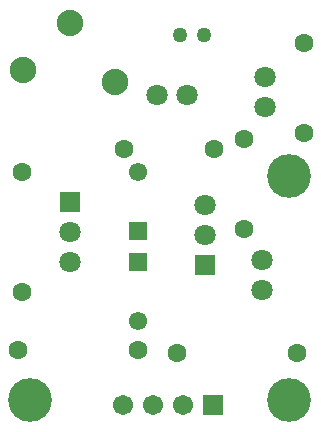
<source format=gbr>
%TF.GenerationSoftware,Altium Limited,Altium Designer,23.7.1 (13)*%
G04 Layer_Color=8388736*
%FSLAX45Y45*%
%MOMM*%
%TF.SameCoordinates,8B45DB0F-F0D4-485E-9900-1B50B3984352*%
%TF.FilePolarity,Negative*%
%TF.FileFunction,Soldermask,Top*%
%TF.Part,Single*%
G01*
G75*
%TA.AperFunction,ComponentPad*%
%ADD14C,1.27000*%
%ADD31C,2.23520*%
%ADD32R,1.55320X1.55320*%
%ADD33C,1.55320*%
%ADD34R,1.70320X1.70320*%
%ADD35C,1.70320*%
%ADD36C,1.60320*%
%ADD37C,1.80320*%
%TA.AperFunction,ViaPad*%
%ADD38C,3.70320*%
%TA.AperFunction,ComponentPad*%
%ADD39C,1.80320*%
%ADD40R,1.80320X1.80320*%
D14*
X4029100Y12433300D02*
D03*
X4229100D02*
D03*
D31*
X2702560Y12138660D02*
D03*
X3479800Y12037060D02*
D03*
X3098800Y12534900D02*
D03*
D32*
X3670301Y10511600D02*
D03*
X3670299Y10773600D02*
D03*
D33*
Y10011600D02*
D03*
X3670301Y11273600D02*
D03*
D34*
X4305300Y9301480D02*
D03*
D35*
X4051300D02*
D03*
X3797300D02*
D03*
X3543300D02*
D03*
D36*
X5016500Y9740900D02*
D03*
X4000500D02*
D03*
X2654300Y9766300D02*
D03*
X3670300D02*
D03*
X4572000Y10795000D02*
D03*
Y11557000D02*
D03*
X4318000Y11468100D02*
D03*
X3556000D02*
D03*
X2689700Y10261600D02*
D03*
Y11277600D02*
D03*
X5080000Y12369800D02*
D03*
Y11607800D02*
D03*
D37*
X4724400Y10274300D02*
D03*
Y10528300D02*
D03*
X4749800Y11823700D02*
D03*
Y12077700D02*
D03*
X4089400Y11925300D02*
D03*
X3835400D02*
D03*
D38*
X2755900Y9347200D02*
D03*
X4953000D02*
D03*
Y11239500D02*
D03*
D39*
X4241800Y10998200D02*
D03*
Y10744200D02*
D03*
X3098800Y10515600D02*
D03*
Y10769600D02*
D03*
D40*
X4241800Y10490200D02*
D03*
X3098800Y11023600D02*
D03*
%TF.MD5,c79832f43ff0afc41a85ddb3c4c365b0*%
M02*

</source>
